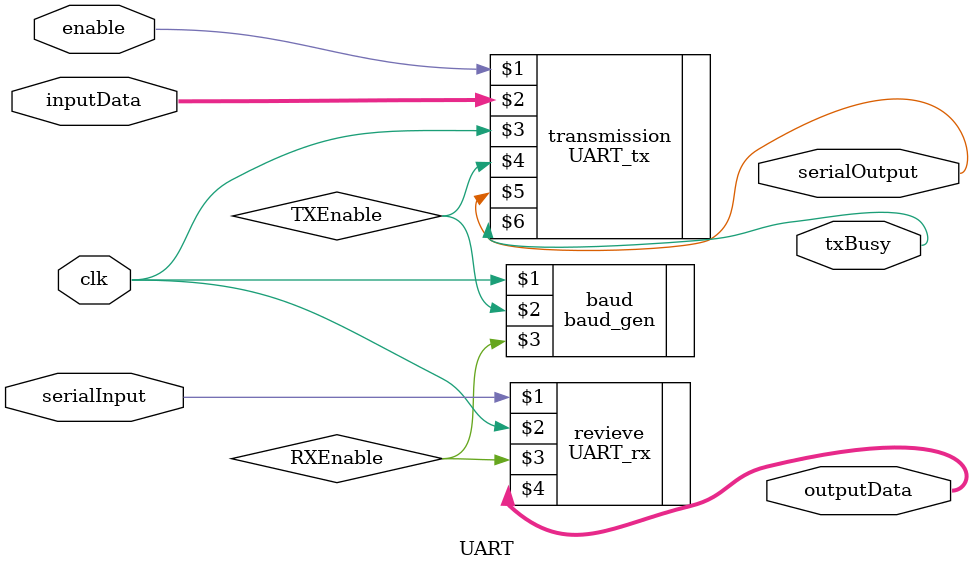
<source format=v>
`include "baud_gen.v"
`include "UART_tx.v"
`include "UART_rx.v"
module UART
(
    input  wire       enable,
    input  wire       clk,
    input  wire [7:0] inputData,
    input  wire       serialInput,
    output wire       serialOutput,
    output wire       txBusy,
    output wire [7:0] outputData
);
    wire TXEnable, RXEnable;
    baud_gen baud(clk, TXEnable, RXEnable);             // divide the clock to generate baud rate

   UART_tx transmission
   (
        enable,
        inputData,
        clk,
        TXEnable,
        serialOutput,
        txBusy
   ); 

   UART_rx revieve
   (
        serialInput,
        clk,
        RXEnable,
        outputData
   );
endmodule
</source>
